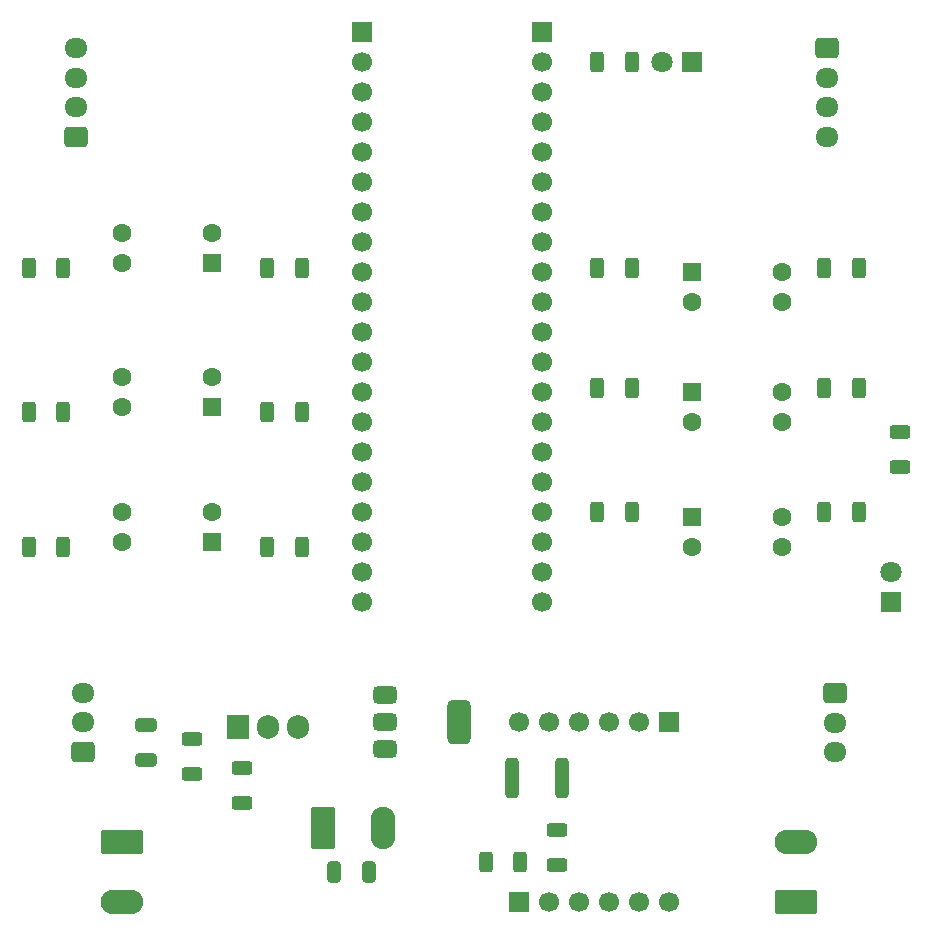
<source format=gbr>
%TF.GenerationSoftware,KiCad,Pcbnew,9.0.6-9.0.6~ubuntu24.04.1*%
%TF.CreationDate,2026-01-23T18:38:10+03:00*%
%TF.ProjectId,BoardRover2,426f6172-6452-46f7-9665-72322e6b6963,rev?*%
%TF.SameCoordinates,Original*%
%TF.FileFunction,Soldermask,Bot*%
%TF.FilePolarity,Negative*%
%FSLAX46Y46*%
G04 Gerber Fmt 4.6, Leading zero omitted, Abs format (unit mm)*
G04 Created by KiCad (PCBNEW 9.0.6-9.0.6~ubuntu24.04.1) date 2026-01-23 18:38:10*
%MOMM*%
%LPD*%
G01*
G04 APERTURE LIST*
G04 Aperture macros list*
%AMRoundRect*
0 Rectangle with rounded corners*
0 $1 Rounding radius*
0 $2 $3 $4 $5 $6 $7 $8 $9 X,Y pos of 4 corners*
0 Add a 4 corners polygon primitive as box body*
4,1,4,$2,$3,$4,$5,$6,$7,$8,$9,$2,$3,0*
0 Add four circle primitives for the rounded corners*
1,1,$1+$1,$2,$3*
1,1,$1+$1,$4,$5*
1,1,$1+$1,$6,$7*
1,1,$1+$1,$8,$9*
0 Add four rect primitives between the rounded corners*
20,1,$1+$1,$2,$3,$4,$5,0*
20,1,$1+$1,$4,$5,$6,$7,0*
20,1,$1+$1,$6,$7,$8,$9,0*
20,1,$1+$1,$8,$9,$2,$3,0*%
G04 Aperture macros list end*
%ADD10RoundRect,0.249999X-0.790001X-1.550001X0.790001X-1.550001X0.790001X1.550001X-0.790001X1.550001X0*%
%ADD11O,2.080000X3.600000*%
%ADD12RoundRect,0.250000X0.550000X0.550000X-0.550000X0.550000X-0.550000X-0.550000X0.550000X-0.550000X0*%
%ADD13C,1.600000*%
%ADD14RoundRect,0.250000X-0.725000X0.600000X-0.725000X-0.600000X0.725000X-0.600000X0.725000X0.600000X0*%
%ADD15O,1.950000X1.700000*%
%ADD16RoundRect,0.250000X-0.550000X-0.550000X0.550000X-0.550000X0.550000X0.550000X-0.550000X0.550000X0*%
%ADD17RoundRect,0.249999X-1.550001X0.790001X-1.550001X-0.790001X1.550001X-0.790001X1.550001X0.790001X0*%
%ADD18O,3.600000X2.080000*%
%ADD19RoundRect,0.249999X1.550001X-0.790001X1.550001X0.790001X-1.550001X0.790001X-1.550001X-0.790001X0*%
%ADD20RoundRect,0.250000X0.725000X-0.600000X0.725000X0.600000X-0.725000X0.600000X-0.725000X-0.600000X0*%
%ADD21R,1.700000X1.700000*%
%ADD22C,1.700000*%
%ADD23R,1.800000X1.800000*%
%ADD24C,1.800000*%
%ADD25R,1.905000X2.000000*%
%ADD26O,1.905000X2.000000*%
%ADD27RoundRect,0.250000X-0.312500X-0.625000X0.312500X-0.625000X0.312500X0.625000X-0.312500X0.625000X0*%
%ADD28RoundRect,0.250000X0.312500X0.625000X-0.312500X0.625000X-0.312500X-0.625000X0.312500X-0.625000X0*%
%ADD29RoundRect,0.250000X-0.650000X0.325000X-0.650000X-0.325000X0.650000X-0.325000X0.650000X0.325000X0*%
%ADD30RoundRect,0.375000X-0.625000X-0.375000X0.625000X-0.375000X0.625000X0.375000X-0.625000X0.375000X0*%
%ADD31RoundRect,0.500000X-0.500000X-1.400000X0.500000X-1.400000X0.500000X1.400000X-0.500000X1.400000X0*%
%ADD32RoundRect,0.250000X0.625000X-0.312500X0.625000X0.312500X-0.625000X0.312500X-0.625000X-0.312500X0*%
%ADD33RoundRect,0.250000X-0.325000X-0.650000X0.325000X-0.650000X0.325000X0.650000X-0.325000X0.650000X0*%
%ADD34RoundRect,0.250000X-0.625000X0.312500X-0.625000X-0.312500X0.625000X-0.312500X0.625000X0.312500X0*%
%ADD35RoundRect,0.250000X0.312500X1.450000X-0.312500X1.450000X-0.312500X-1.450000X0.312500X-1.450000X0*%
G04 APERTURE END LIST*
D10*
%TO.C,J5*%
X164382500Y-125762500D03*
D11*
X169462500Y-125762500D03*
%TD*%
D12*
%TO.C,U6*%
X154940000Y-90175000D03*
D13*
X154940000Y-87635000D03*
X147320000Y-87635000D03*
X147320000Y-90175000D03*
%TD*%
D14*
%TO.C,J9*%
X207679700Y-114380000D03*
D15*
X207679700Y-116880000D03*
X207679700Y-119380000D03*
%TD*%
D16*
%TO.C,U3*%
X195580000Y-99450000D03*
D13*
X195580000Y-101990000D03*
X203200000Y-101990000D03*
X203200000Y-99450000D03*
%TD*%
D17*
%TO.C,J4*%
X147360000Y-127000000D03*
D18*
X147360000Y-132080000D03*
%TD*%
D19*
%TO.C,J3*%
X204379700Y-132090000D03*
D18*
X204379700Y-127010000D03*
%TD*%
D20*
%TO.C,J6*%
X143450000Y-67250000D03*
D15*
X143450000Y-64750000D03*
X143450000Y-62250000D03*
X143450000Y-59750000D03*
%TD*%
D21*
%TO.C,U9*%
X167640000Y-58420000D03*
D22*
X167640000Y-60960000D03*
X167640000Y-63500000D03*
X167640000Y-66040000D03*
X167640000Y-68580000D03*
X167640000Y-71120000D03*
X167640000Y-73660000D03*
X167640000Y-76200000D03*
X167640000Y-78740000D03*
X167640000Y-81280000D03*
X167640000Y-83820000D03*
X167640000Y-86360000D03*
X167640000Y-88900000D03*
X167640000Y-91440000D03*
X167640000Y-93980000D03*
X167640000Y-96520000D03*
X167640000Y-99060000D03*
X167640000Y-101600000D03*
X167640000Y-104140000D03*
X167640000Y-106680000D03*
%TD*%
D20*
%TO.C,J8*%
X144060000Y-119336900D03*
D15*
X144060000Y-116836900D03*
X144060000Y-114336900D03*
%TD*%
D12*
%TO.C,U8*%
X154940000Y-101600000D03*
D13*
X154940000Y-99060000D03*
X147320000Y-99060000D03*
X147320000Y-101600000D03*
%TD*%
D14*
%TO.C,J7*%
X207069700Y-59750000D03*
D15*
X207069700Y-62250000D03*
X207069700Y-64750000D03*
X207069700Y-67250000D03*
%TD*%
D21*
%TO.C,J2*%
X180922500Y-132055000D03*
D22*
X183462500Y-132055000D03*
X186002500Y-132055000D03*
X188542500Y-132055000D03*
X191082500Y-132055000D03*
X193622500Y-132055000D03*
%TD*%
D21*
%TO.C,J1*%
X193650000Y-116840000D03*
D22*
X191110000Y-116840000D03*
X188570000Y-116840000D03*
X186030000Y-116840000D03*
X183490000Y-116840000D03*
X180950000Y-116840000D03*
%TD*%
D12*
%TO.C,U7*%
X154940000Y-77950000D03*
D13*
X154940000Y-75410000D03*
X147320000Y-75410000D03*
X147320000Y-77950000D03*
%TD*%
D23*
%TO.C,D1*%
X212461990Y-106680000D03*
D24*
X212461990Y-104140000D03*
%TD*%
D16*
%TO.C,U1*%
X195580000Y-78730000D03*
D13*
X195580000Y-81270000D03*
X203200000Y-81270000D03*
X203200000Y-78730000D03*
%TD*%
D16*
%TO.C,U2*%
X195580000Y-88900000D03*
D13*
X195580000Y-91440000D03*
X203200000Y-91440000D03*
X203200000Y-88900000D03*
%TD*%
D23*
%TO.C,D2*%
X195580000Y-60960000D03*
D24*
X193040000Y-60960000D03*
%TD*%
D25*
%TO.C,U10*%
X157205554Y-117223296D03*
D26*
X159745554Y-117223296D03*
X162285554Y-117223296D03*
%TD*%
D22*
%TO.C,U11*%
X182880000Y-106680000D03*
X182880000Y-104140000D03*
X182880000Y-101600000D03*
X182880000Y-99060000D03*
X182880000Y-96520000D03*
X182880000Y-93980000D03*
X182880000Y-91440000D03*
X182880000Y-88900000D03*
X182880000Y-86360000D03*
X182880000Y-83820000D03*
X182880000Y-81280000D03*
X182880000Y-78740000D03*
X182880000Y-76200000D03*
X182880000Y-73660000D03*
X182880000Y-71120000D03*
X182880000Y-68580000D03*
X182880000Y-66040000D03*
X182880000Y-63500000D03*
D21*
X182880000Y-58420000D03*
D22*
X182880000Y-60960000D03*
%TD*%
D27*
%TO.C,R1*%
X159635000Y-90565000D03*
X162560000Y-90565000D03*
%TD*%
D28*
%TO.C,R18*%
X142380000Y-78340000D03*
X139455000Y-78340000D03*
%TD*%
D27*
%TO.C,R6*%
X187575000Y-78340000D03*
X190500000Y-78340000D03*
%TD*%
D29*
%TO.C,C2*%
X149384191Y-117050428D03*
X149384191Y-120000428D03*
%TD*%
D27*
%TO.C,R2*%
X159635000Y-101990000D03*
X162560000Y-101990000D03*
%TD*%
D30*
%TO.C,U5*%
X169570000Y-119140000D03*
X169570000Y-116840000D03*
D31*
X175870000Y-116840000D03*
D30*
X169570000Y-114540000D03*
%TD*%
D28*
%TO.C,R17*%
X142380000Y-90565000D03*
X139455000Y-90565000D03*
%TD*%
%TO.C,R19*%
X142380000Y-101990000D03*
X139455000Y-101990000D03*
%TD*%
D32*
%TO.C,R9*%
X184142500Y-128916249D03*
X184142500Y-125991249D03*
%TD*%
D27*
%TO.C,R14*%
X206817500Y-88510000D03*
X209742500Y-88510000D03*
%TD*%
D28*
%TO.C,R10*%
X181048364Y-128678013D03*
X178123364Y-128678013D03*
%TD*%
D27*
%TO.C,R3*%
X159635000Y-78340000D03*
X162560000Y-78340000D03*
%TD*%
%TO.C,R5*%
X187575000Y-88510000D03*
X190500000Y-88510000D03*
%TD*%
D33*
%TO.C,C1*%
X165300000Y-129540000D03*
X168250000Y-129540000D03*
%TD*%
D34*
%TO.C,R11*%
X213188474Y-92281186D03*
X213188474Y-95206186D03*
%TD*%
D27*
%TO.C,R13*%
X206817500Y-78340000D03*
X209742500Y-78340000D03*
%TD*%
%TO.C,R12*%
X187575000Y-60960000D03*
X190500000Y-60960000D03*
%TD*%
D34*
%TO.C,R4*%
X157540188Y-120714932D03*
X157540188Y-123639932D03*
%TD*%
D35*
%TO.C,F1*%
X184615000Y-121517500D03*
X180340000Y-121517500D03*
%TD*%
D27*
%TO.C,R7*%
X187575000Y-99060000D03*
X190500000Y-99060000D03*
%TD*%
D34*
%TO.C,R8*%
X153286792Y-118259363D03*
X153286792Y-121184363D03*
%TD*%
D27*
%TO.C,R15*%
X206817500Y-99060000D03*
X209742500Y-99060000D03*
%TD*%
M02*

</source>
